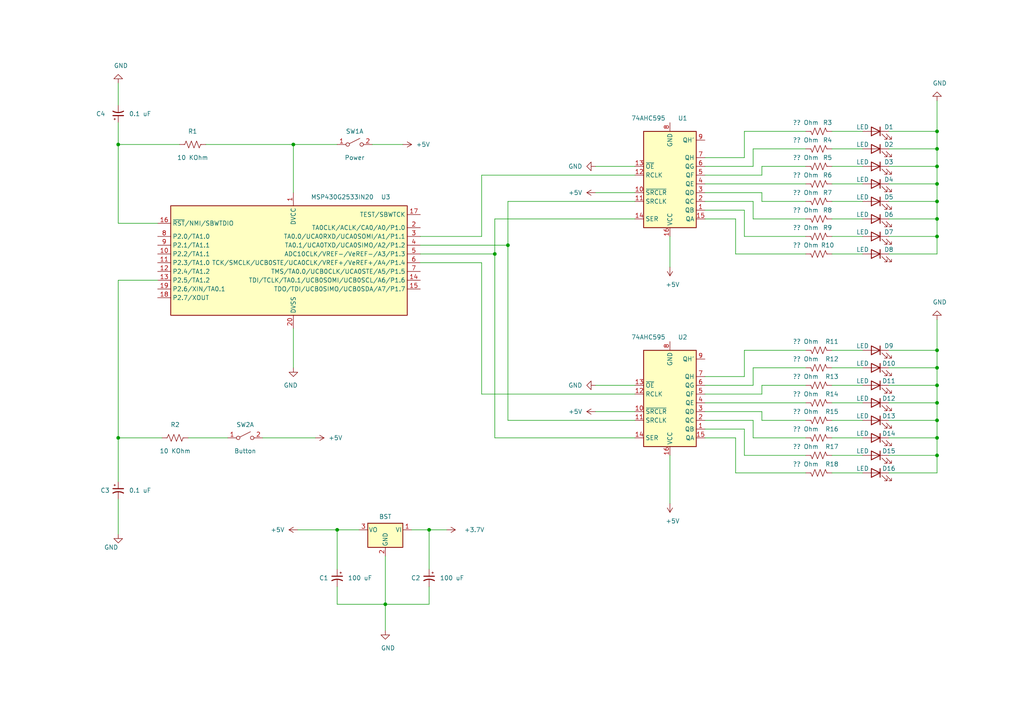
<source format=kicad_sch>
(kicad_sch (version 20230121) (generator eeschema)
  (paper "A4")
  (lib_symbols
    (symbol "+5V_1" (power) (pin_names (offset 0))
      (property "Value" "+3.7V" (at 0 3.81 90))
      (symbol "+5V_1_0_1"
        (polyline (pts (xy -0.762 1.27) (xy 0 2.54)))
        (polyline (pts (xy 0 0) (xy 0 2.54)))
        (polyline (pts (xy 0 2.54) (xy 0.762 1.27)))
      )
      (symbol "+5V_1_1_1"
        (pin power_in line (at 0 0 90) (length 0) hide (name "+3.7V") (number "1"))
      )
    )
    (symbol "74xx:74AHC595"
      (property "Reference" "U" (at -7.62 13.97 0))
      (property "Value" "74AHC595" (at -7.62 -16.51 0))
      (symbol "74AHC595_1_0"
        (pin tri_state line (at 10.16 7.62 180) (length 2.54) (name "QB") (number "1"))
        (pin input line (at -10.16 2.54 0) (length 2.54) (name "~{SRCLR}") (number "10"))
        (pin input line (at -10.16 5.08 0) (length 2.54) (name "SRCLK") (number "11"))
        (pin input line (at -10.16 -2.54 0) (length 2.54) (name "RCLK") (number "12"))
        (pin input line (at -10.16 -5.08 0) (length 2.54) (name "~{OE}") (number "13"))
        (pin input line (at -10.16 10.16 0) (length 2.54) (name "SER") (number "14"))
        (pin tri_state line (at 10.16 10.16 180) (length 2.54) (name "QA") (number "15"))
        (pin power_in line (at 0 15.24 270) (length 2.54) (name "VCC") (number "16"))
        (pin tri_state line (at 10.16 5.08 180) (length 2.54) (name "QC") (number "2"))
        (pin tri_state line (at 10.16 2.54 180) (length 2.54) (name "QD") (number "3"))
        (pin tri_state line (at 10.16 0 180) (length 2.54) (name "QE") (number "4"))
        (pin tri_state line (at 10.16 -2.54 180) (length 2.54) (name "QF") (number "5"))
        (pin tri_state line (at 10.16 -5.08 180) (length 2.54) (name "QG") (number "6"))
        (pin tri_state line (at 10.16 -7.62 180) (length 2.54) (name "QH") (number "7"))
        (pin power_in line (at 0 -17.78 90) (length 2.54) (name "GND") (number "8"))
        (pin output line (at 10.16 -12.7 180) (length 2.54) (name "QH'") (number "9"))
      )
      (symbol "74AHC595_1_1"
        (rectangle (start -7.62 12.7) (end 7.62 -15.24) (stroke (width 0.254)) (fill (type background)))
      )
    )
    (symbol "Device:C_Polarized_Small_US" (pin_numbers hide) (pin_names (offset 0.254) hide)
      (property "Reference" "C" (at 0.254 1.778 0))
      (property "Value" "C_Polarized_Small_US" (at 0.254 -2.032 0))
      (symbol "C_Polarized_Small_US_0_1"
        (polyline (pts (xy -1.524 0.508) (xy 1.524 0.508)) (stroke (width 0.3048)))
        (polyline (pts (xy -1.27 1.524) (xy -0.762 1.524)))
        (polyline (pts (xy -1.016 1.27) (xy -1.016 1.778)))
        (arc (start 1.524 -0.762) (mid 0 -0.3734) (end -1.524 -0.762) (stroke (width 0.3048)))
      )
      (symbol "C_Polarized_Small_US_1_1"
        (pin passive line (at 0 2.54 270) (length 2.032) (name "~") (number "1"))
        (pin passive line (at 0 -2.54 90) (length 2.032) (name "~") (number "2"))
      )
    )
    (symbol "Device:LED" (pin_numbers hide) (pin_names (offset 1.016) hide)
      (property "Reference" "D" (at 0 2.54 0))
      (property "Value" "LED" (at 0 -2.54 0))
      (symbol "LED_0_1"
        (polyline (pts (xy -1.27 -1.27) (xy -1.27 1.27)) (stroke (width 0.254)))
        (polyline (pts (xy -1.27 0) (xy 1.27 0)))
        (polyline (pts (xy 1.27 -1.27) (xy 1.27 1.27) (xy -1.27 0) (xy 1.27 -1.27)) (stroke (width 0.254)))
        (polyline (pts (xy -3.048 -0.762) (xy -4.572 -2.286) (xy -3.81 -2.286) (xy -4.572 -2.286) (xy -4.572 -1.524)))
        (polyline (pts (xy -1.778 -0.762) (xy -3.302 -2.286) (xy -2.54 -2.286) (xy -3.302 -2.286) (xy -3.302 -1.524)))
      )
      (symbol "LED_1_1"
        (pin passive line (at -3.81 0 0) (length 2.54) (name "K") (number "1"))
        (pin passive line (at 3.81 0 180) (length 2.54) (name "A") (number "2"))
      )
    )
    (symbol "Device:R_US" (pin_numbers hide) (pin_names (offset 0))
      (property "Reference" "R" (at 2.54 0 90))
      (property "Value" "R_US" (at -2.54 0 90))
      (symbol "R_US_0_1"
        (polyline (pts (xy 0 -2.286) (xy 0 -2.54)))
        (polyline (pts (xy 0 2.286) (xy 0 2.54)))
        (polyline (pts (xy 0 -0.762) (xy 1.016 -1.143) (xy 0 -1.524) (xy -1.016 -1.905) (xy 0 -2.286)))
        (polyline (pts (xy 0 0.762) (xy 1.016 0.381) (xy 0 0) (xy -1.016 -0.381) (xy 0 -0.762)))
        (polyline (pts (xy 0 2.286) (xy 1.016 1.905) (xy 0 1.524) (xy -1.016 1.143) (xy 0 0.762)))
      )
      (symbol "R_US_1_1"
        (pin passive line (at 0 3.81 270) (length 1.27) (name "~") (number "1"))
        (pin passive line (at 0 -3.81 90) (length 1.27) (name "~") (number "2"))
      )
    )
    (symbol "MCU_Texas_MSP430:MSP430G2533IN20"
      (property "Reference" "U" (at -30.48 17.78 0))
      (property "Value" "MSP430G2533IN20" (at 26.67 -16.51 0))
      (symbol "MSP430G2533IN20_0_1"
        (rectangle (start -34.29 16.51) (end 34.29 -15.24) (stroke (width 0.254)) (fill (type background)))
      )
      (symbol "MSP430G2533IN20_1_1"
        (pin power_in line (at 1.27 20.32 270) (length 3.81) (name "DVCC") (number "1"))
        (pin bidirectional line (at -38.1 2.54 0) (length 3.81) (name "P2.2/TA1.1") (number "10"))
        (pin bidirectional line (at -38.1 0 0) (length 3.81) (name "P2.3/TA1.0") (number "11"))
        (pin bidirectional line (at -38.1 -2.54 0) (length 3.81) (name "P2.4/TA1.2") (number "12"))
        (pin bidirectional line (at -38.1 -5.08 0) (length 3.81) (name "P2.5/TA1.2") (number "13"))
        (pin bidirectional line (at 38.1 -5.08 180) (length 3.81) (name "TDI/TCLK/TA0.1/UCB0SOMI/UCB0SCL/A6/P1.6") (number "14"))
        (pin bidirectional line (at 38.1 -7.62 180) (length 3.81) (name "TDO/TDI/UCB0SIMO/UCB0SDA/A7/P1.7") (number "15"))
        (pin input line (at -38.1 11.43 0) (length 3.81) (name "~{RST}/NMI/SBWTDIO") (number "16"))
        (pin input line (at 38.1 13.97 180) (length 3.81) (name "TEST/SBWTCK") (number "17"))
        (pin bidirectional line (at -38.1 -10.16 0) (length 3.81) (name "P2.7/XOUT") (number "18"))
        (pin bidirectional line (at -38.1 -7.62 0) (length 3.81) (name "P2.6/XIN/TA0.1") (number "19"))
        (pin bidirectional line (at 38.1 10.16 180) (length 3.81) (name "TA0CLK/ACLK/CA0/A0/P1.0") (number "2"))
        (pin power_in line (at 1.27 -19.05 90) (length 3.81) (name "DVSS") (number "20"))
        (pin bidirectional line (at 38.1 7.62 180) (length 3.81) (name "TA0.0/UCA0RXD/UCA0SOMI/A1/P1.1") (number "3"))
        (pin bidirectional line (at 38.1 5.08 180) (length 3.81) (name "TA0.1/UCA0TXD/UCA0SIMO/A2/P1.2") (number "4"))
        (pin bidirectional line (at 38.1 2.54 180) (length 3.81) (name "ADC10CLK/VREF-/VeREF-/A3/P1.3") (number "5"))
        (pin bidirectional line (at 38.1 0 180) (length 3.81) (name "TCK/SMCLK/UCB0STE/UCA0CLK/VREF+/VeREF+/A4/P1.4") (number "6"))
        (pin bidirectional line (at 38.1 -2.54 180) (length 3.81) (name "TMS/TA0.0/UCB0CLK/UCA0STE/A5/P1.5") (number "7"))
        (pin bidirectional line (at -38.1 7.62 0) (length 3.81) (name "P2.0/TA1.0") (number "8"))
        (pin bidirectional line (at -38.1 5.08 0) (length 3.81) (name "P2.1/TA1.1") (number "9"))
      )
    )
    (symbol "Regulator_Linear:SPX2920U-5.0_TO220" (pin_names (offset 0.254))
      (property "Reference" "U" (at -3.81 3.175 0))
      (property "Value" "SPX2920U-5.0_TO220" (at 0 3.175 0))
      (symbol "SPX2920U-5.0_TO220_0_1"
        (rectangle (start -5.08 1.905) (end 5.08 -5.08) (stroke (width 0.254)) (fill (type background)))
      )
      (symbol "SPX2920U-5.0_TO220_1_1"
        (pin power_in line (at -7.62 0 0) (length 2.54) (name "VI") (number "1"))
        (pin power_in line (at 0 -7.62 90) (length 2.54) (name "GND") (number "2"))
        (pin power_out line (at 7.62 0 180) (length 2.54) (name "VO") (number "3"))
      )
    )
    (symbol "Switch:SW_DPST_x2" (pin_names (offset 0) hide)
      (property "Reference" "SW" (at 0 3.175 0))
      (property "Value" "SW_DPST_x2" (at 0 -2.54 0))
      (symbol "SW_DPST_x2_0_0"
        (circle (center -2.032 0) (radius 0.508))
        (polyline (pts (xy -1.524 0.254) (xy 1.524 1.778)))
        (circle (center 2.032 0) (radius 0.508))
      )
      (symbol "SW_DPST_x2_1_1"
        (pin passive line (at -5.08 0 0) (length 2.54) (name "A") (number "1"))
        (pin passive line (at 5.08 0 180) (length 2.54) (name "B") (number "2"))
      )
      (symbol "SW_DPST_x2_2_1"
        (pin passive line (at -5.08 0 0) (length 2.54) (name "A") (number "3"))
        (pin passive line (at 5.08 0 180) (length 2.54) (name "B") (number "4"))
      )
    )
    (symbol "power:+5V" (power) (pin_names (offset 0))
      (property "Value" "+5V" (at 0 3.556 0))
      (symbol "+5V_0_1"
        (polyline (pts (xy -0.762 1.27) (xy 0 2.54)))
        (polyline (pts (xy 0 0) (xy 0 2.54)))
        (polyline (pts (xy 0 2.54) (xy 0.762 1.27)))
      )
      (symbol "+5V_1_1"
        (pin power_in line (at 0 0 90) (length 0) hide (name "+5V") (number "1"))
      )
    )
    (symbol "power:GND" (power) (pin_names (offset 0))
      (property "Value" "GND" (at 0 -3.81 0))
      (symbol "GND_0_1"
        (polyline (pts (xy 0 0) (xy 0 -1.27) (xy 1.27 -1.27) (xy 0 -2.54) (xy -1.27 -1.27) (xy 0 -1.27)))
      )
      (symbol "GND_1_1"
        (pin power_in line (at 0 0 270) (length 0) hide (name "GND") (number "1"))
      )
    )
  )
  (junction (at 271.78 63.5))
  (junction (at 85.09 41.91))
  (junction (at 271.78 101.6))
  (junction (at 271.78 68.58))
  (junction (at 271.78 127))
  (junction (at 271.78 116.84))
  (junction (at 271.78 38.1))
  (junction (at 111.76 175.26))
  (junction (at 271.78 121.92))
  (junction (at 271.78 43.18))
  (junction (at 271.78 132.08))
  (junction (at 271.78 53.34))
  (junction (at 271.78 58.42))
  (junction (at 147.32 71.12))
  (junction (at 271.78 106.68))
  (junction (at 97.79 153.67))
  (junction (at 34.29 127))
  (junction (at 34.29 41.91))
  (junction (at 143.51 73.66))
  (junction (at 271.78 48.26))
  (junction (at 124.46 153.67))
  (junction (at 271.78 111.76))
  (wire (pts (xy 250.19 137.16) (xy 241.3 137.16)))
  (wire (pts (xy 257.81 127) (xy 271.78 127)))
  (wire (pts (xy 233.68 53.34) (xy 204.47 53.34)))
  (wire (pts (xy 104.14 153.67) (xy 97.79 153.67)))
  (wire (pts (xy 34.29 144.78) (xy 34.29 154.94)))
  (wire (pts (xy 34.29 41.91) (xy 34.29 64.77)))
  (wire (pts (xy 271.78 38.1) (xy 271.78 43.18)))
  (wire (pts (xy 233.68 121.92) (xy 220.98 121.92)))
  (wire (pts (xy 218.44 48.26) (xy 204.47 48.26)))
  (wire (pts (xy 233.68 132.08) (xy 215.9 132.08)))
  (wire (pts (xy 257.81 116.84) (xy 271.78 116.84)))
  (wire (pts (xy 215.9 45.72) (xy 215.9 38.1)))
  (wire (pts (xy 233.68 116.84) (xy 204.47 116.84)))
  (wire (pts (xy 34.29 35.56) (xy 34.29 41.91)))
  (wire (pts (xy 257.81 58.42) (xy 271.78 58.42)))
  (wire (pts (xy 147.32 71.12) (xy 147.32 121.92)))
  (wire (pts (xy 194.31 68.58) (xy 194.31 77.47)))
  (wire (pts (xy 218.44 127) (xy 218.44 121.92)))
  (wire (pts (xy 220.98 55.88) (xy 204.47 55.88)))
  (wire (pts (xy 250.19 63.5) (xy 241.3 63.5)))
  (wire (pts (xy 213.36 73.66) (xy 213.36 63.5)))
  (wire (pts (xy 233.68 137.16) (xy 213.36 137.16)))
  (wire (pts (xy 215.9 124.46) (xy 204.47 124.46)))
  (wire (pts (xy 271.78 73.66) (xy 271.78 68.58)))
  (wire (pts (xy 271.78 121.92) (xy 271.78 116.84)))
  (wire (pts (xy 257.81 106.68) (xy 271.78 106.68)))
  (wire (pts (xy 215.9 101.6) (xy 215.9 109.22)))
  (wire (pts (xy 257.81 63.5) (xy 271.78 63.5)))
  (wire (pts (xy 147.32 58.42) (xy 147.32 71.12)))
  (wire (pts (xy 250.19 48.26) (xy 241.3 48.26)))
  (wire (pts (xy 215.9 109.22) (xy 204.47 109.22)))
  (wire (pts (xy 250.19 38.1) (xy 241.3 38.1)))
  (wire (pts (xy 257.81 121.92) (xy 271.78 121.92)))
  (wire (pts (xy 257.81 68.58) (xy 271.78 68.58)))
  (wire (pts (xy 97.79 41.91) (xy 85.09 41.91)))
  (wire (pts (xy 218.44 106.68) (xy 233.68 106.68)))
  (wire (pts (xy 220.98 58.42) (xy 220.98 55.88)))
  (wire (pts (xy 220.98 111.76) (xy 220.98 114.3)))
  (wire (pts (xy 233.68 127) (xy 218.44 127)))
  (wire (pts (xy 85.09 95.25) (xy 85.09 106.68)))
  (wire (pts (xy 218.44 121.92) (xy 204.47 121.92)))
  (wire (pts (xy 184.15 127) (xy 143.51 127)))
  (wire (pts (xy 250.19 106.68) (xy 241.3 106.68)))
  (wire (pts (xy 184.15 48.26) (xy 172.72 48.26)))
  (wire (pts (xy 250.19 101.6) (xy 241.3 101.6)))
  (wire (pts (xy 121.92 76.2) (xy 139.7 76.2)))
  (wire (pts (xy 250.19 58.42) (xy 241.3 58.42)))
  (wire (pts (xy 54.61 127) (xy 66.04 127)))
  (wire (pts (xy 213.36 137.16) (xy 213.36 127)))
  (wire (pts (xy 184.15 121.92) (xy 147.32 121.92)))
  (wire (pts (xy 233.68 48.26) (xy 220.98 48.26)))
  (wire (pts (xy 220.98 121.92) (xy 220.98 119.38)))
  (wire (pts (xy 257.81 53.34) (xy 271.78 53.34)))
  (wire (pts (xy 45.72 81.28) (xy 34.29 81.28)))
  (wire (pts (xy 124.46 153.67) (xy 119.38 153.67)))
  (wire (pts (xy 250.19 127) (xy 241.3 127)))
  (wire (pts (xy 271.78 38.1) (xy 257.81 38.1)))
  (wire (pts (xy 271.78 53.34) (xy 271.78 48.26)))
  (wire (pts (xy 250.19 116.84) (xy 241.3 116.84)))
  (wire (pts (xy 271.78 137.16) (xy 271.78 132.08)))
  (wire (pts (xy 194.31 132.08) (xy 194.31 146.05)))
  (wire (pts (xy 97.79 153.67) (xy 97.79 165.1)))
  (wire (pts (xy 45.72 64.77) (xy 34.29 64.77)))
  (wire (pts (xy 257.81 73.66) (xy 271.78 73.66)))
  (wire (pts (xy 218.44 43.18) (xy 218.44 48.26)))
  (wire (pts (xy 111.76 161.29) (xy 111.76 175.26)))
  (wire (pts (xy 271.78 127) (xy 271.78 121.92)))
  (wire (pts (xy 184.15 114.3) (xy 139.7 114.3)))
  (wire (pts (xy 215.9 68.58) (xy 215.9 60.96)))
  (wire (pts (xy 34.29 127) (xy 46.99 127)))
  (wire (pts (xy 184.15 55.88) (xy 172.72 55.88)))
  (wire (pts (xy 250.19 68.58) (xy 241.3 68.58)))
  (wire (pts (xy 34.29 24.13) (xy 34.29 30.48)))
  (wire (pts (xy 184.15 63.5) (xy 143.51 63.5)))
  (wire (pts (xy 250.19 73.66) (xy 241.3 73.66)))
  (wire (pts (xy 257.81 111.76) (xy 271.78 111.76)))
  (wire (pts (xy 250.19 53.34) (xy 241.3 53.34)))
  (wire (pts (xy 121.92 71.12) (xy 147.32 71.12)))
  (wire (pts (xy 233.68 43.18) (xy 218.44 43.18)))
  (wire (pts (xy 271.78 111.76) (xy 271.78 106.68)))
  (wire (pts (xy 204.47 45.72) (xy 215.9 45.72)))
  (wire (pts (xy 271.78 58.42) (xy 271.78 53.34)))
  (wire (pts (xy 213.36 63.5) (xy 204.47 63.5)))
  (wire (pts (xy 76.2 127) (xy 91.44 127)))
  (wire (pts (xy 85.09 41.91) (xy 85.09 55.88)))
  (wire (pts (xy 271.78 127) (xy 271.78 132.08)))
  (wire (pts (xy 271.78 106.68) (xy 271.78 101.6)))
  (wire (pts (xy 215.9 60.96) (xy 204.47 60.96)))
  (wire (pts (xy 220.98 48.26) (xy 220.98 50.8)))
  (wire (pts (xy 271.78 68.58) (xy 271.78 63.5)))
  (wire (pts (xy 250.19 111.76) (xy 241.3 111.76)))
  (wire (pts (xy 220.98 114.3) (xy 204.47 114.3)))
  (wire (pts (xy 111.76 175.26) (xy 111.76 182.88)))
  (wire (pts (xy 218.44 111.76) (xy 218.44 106.68)))
  (wire (pts (xy 257.81 137.16) (xy 271.78 137.16)))
  (wire (pts (xy 250.19 132.08) (xy 241.3 132.08)))
  (wire (pts (xy 271.78 48.26) (xy 271.78 43.18)))
  (wire (pts (xy 85.09 41.91) (xy 59.69 41.91)))
  (wire (pts (xy 124.46 175.26) (xy 111.76 175.26)))
  (wire (pts (xy 220.98 119.38) (xy 204.47 119.38)))
  (wire (pts (xy 215.9 132.08) (xy 215.9 124.46)))
  (wire (pts (xy 111.76 175.26) (xy 97.79 175.26)))
  (wire (pts (xy 34.29 41.91) (xy 52.07 41.91)))
  (wire (pts (xy 271.78 63.5) (xy 271.78 58.42)))
  (wire (pts (xy 257.81 48.26) (xy 271.78 48.26)))
  (wire (pts (xy 218.44 63.5) (xy 218.44 58.42)))
  (wire (pts (xy 271.78 101.6) (xy 271.78 92.71)))
  (wire (pts (xy 233.68 101.6) (xy 215.9 101.6)))
  (wire (pts (xy 121.92 68.58) (xy 139.7 68.58)))
  (wire (pts (xy 220.98 50.8) (xy 204.47 50.8)))
  (wire (pts (xy 124.46 153.67) (xy 124.46 165.1)))
  (wire (pts (xy 213.36 127) (xy 204.47 127)))
  (wire (pts (xy 184.15 50.8) (xy 139.7 50.8)))
  (wire (pts (xy 184.15 119.38) (xy 172.72 119.38)))
  (wire (pts (xy 139.7 50.8) (xy 139.7 68.58)))
  (wire (pts (xy 233.68 73.66) (xy 213.36 73.66)))
  (wire (pts (xy 250.19 43.18) (xy 241.3 43.18)))
  (wire (pts (xy 97.79 170.18) (xy 97.79 175.26)))
  (wire (pts (xy 34.29 81.28) (xy 34.29 127)))
  (wire (pts (xy 129.54 153.67) (xy 124.46 153.67)))
  (wire (pts (xy 257.81 132.08) (xy 271.78 132.08)))
  (wire (pts (xy 233.68 68.58) (xy 215.9 68.58)))
  (wire (pts (xy 172.72 111.76) (xy 184.15 111.76)))
  (wire (pts (xy 233.68 111.76) (xy 220.98 111.76)))
  (wire (pts (xy 271.78 29.21) (xy 271.78 38.1)))
  (wire (pts (xy 233.68 58.42) (xy 220.98 58.42)))
  (wire (pts (xy 233.68 63.5) (xy 218.44 63.5)))
  (wire (pts (xy 257.81 101.6) (xy 271.78 101.6)))
  (wire (pts (xy 250.19 121.92) (xy 241.3 121.92)))
  (wire (pts (xy 271.78 116.84) (xy 271.78 111.76)))
  (wire (pts (xy 124.46 170.18) (xy 124.46 175.26)))
  (wire (pts (xy 143.51 73.66) (xy 143.51 127)))
  (wire (pts (xy 139.7 76.2) (xy 139.7 114.3)))
  (wire (pts (xy 107.95 41.91) (xy 116.84 41.91)))
  (wire (pts (xy 184.15 58.42) (xy 147.32 58.42)))
  (wire (pts (xy 257.81 43.18) (xy 271.78 43.18)))
  (wire (pts (xy 121.92 73.66) (xy 143.51 73.66)))
  (wire (pts (xy 204.47 111.76) (xy 218.44 111.76)))
  (wire (pts (xy 233.68 38.1) (xy 215.9 38.1)))
  (wire (pts (xy 218.44 58.42) (xy 204.47 58.42)))
  (wire (pts (xy 143.51 63.5) (xy 143.51 73.66)))
  (wire (pts (xy 86.36 153.67) (xy 97.79 153.67)))
  (wire (pts (xy 34.29 127) (xy 34.29 139.7)))
  (symbol (lib_id "Device:C_Polarized_Small_US") (at 97.79 167.64 0) (mirror y) (unit 1)
    (property "Reference" "C1" (at 95.25 167.64 0) (effects (justify left)))
    (property "Value" "100 uF" (at 107.95 167.64 0) (effects (justify left)))
  )
  (symbol (lib_id "Device:R_US") (at 237.49 58.42 90) (mirror x) (unit 1)
    (property "Reference" "R7" (at 240.03 55.88 90))
    (property "Value" "?? Ohm" (at 233.68 55.88 90))
  )
  (symbol (lib_id "Device:LED") (at 254 58.42 0) (mirror y) (unit 1)
    (property "Reference" "D5" (at 257.81 57.15 0))
    (property "Value" "LED" (at 250.19 57.15 0))
  )
  (symbol (lib_id "Device:C_Polarized_Small_US") (at 34.29 142.24 0) (unit 1)
    (property "Reference" "C3" (at 30.48 142.24 0))
    (property "Value" "0.1 uF" (at 40.64 142.24 0))
  )
  (symbol (lib_id "74xx:74AHC595") (at 194.31 116.84 0) (mirror x) (unit 1)
    (property "Reference" "U2" (at 199.39 97.79 0) (effects (justify right)))
    (property "Value" "74AHC595" (at 193.04 97.79 0) (effects (justify right)))
    (property "Footprint" "Package_DIP:DIP-16_W7.62mm" (effects hide))
    (property "Datasheet" "https://assets.nexperia.com/documents/data-sheet/74AHC_AHCT595.pdf" (effects hide))
  )
  (symbol (lib_id "Switch:SW_DPST_x2") (at 102.87 41.91 0) (unit 1)
    (property "Reference" "SW1" (at 102.87 38.1 0))
    (property "Value" "Power" (at 102.87 45.72 0))
  )
  (symbol (lib_id "power:GND") (at 34.29 154.94 0) (unit 1)
    (property "Reference" "#PWR07" (effects hide))
    (property "Value" "GND" (at 34.29 158.75 0) (effects (justify right)))
  )
  (symbol (lib_id "Device:R_US") (at 237.49 111.76 90) (mirror x) (unit 1)
    (property "Reference" "R13" (at 241.3 109.22 90))
    (property "Value" "?? Ohm" (at 233.68 109.22 90))
  )
  (symbol (lib_id "Device:LED") (at 254 38.1 0) (mirror y) (unit 1)
    (property "Reference" "D1" (at 257.81 36.83 0))
    (property "Value" "LED" (at 250.19 36.83 0))
  )
  (symbol (lib_id "Device:R_US") (at 237.49 101.6 90) (mirror x) (unit 1)
    (property "Reference" "R11" (at 241.3 99.06 90))
    (property "Value" "?? Ohm" (at 233.68 99.06 90))
  )
  (symbol (lib_id "Device:LED") (at 254 111.76 0) (mirror y) (unit 1)
    (property "Reference" "D11" (at 257.81 110.49 0))
    (property "Value" "LED" (at 250.19 110.49 0))
  )
  (symbol (lib_id "power:+5V") (at 86.36 153.67 90) (mirror x) (unit 1)
    (property "Reference" "#PWR01" (effects hide))
    (property "Value" "+5V" (at 82.55 153.67 90) (effects (justify left)))
  )
  (symbol (lib_id "Device:R_US") (at 237.49 63.5 90) (mirror x) (unit 1)
    (property "Reference" "R8" (at 240.03 60.96 90))
    (property "Value" "?? Ohm" (at 233.68 60.96 90))
  )
  (symbol (lib_id "Device:R_US") (at 237.49 121.92 90) (mirror x) (unit 1)
    (property "Reference" "R15" (at 241.3 119.38 90))
    (property "Value" "?? Ohm" (at 233.68 119.38 90))
  )
  (symbol (lib_id "Device:R_US") (at 237.49 68.58 90) (mirror x) (unit 1)
    (property "Reference" "R9" (at 240.03 66.04 90))
    (property "Value" "?? Ohm" (at 233.68 66.04 90))
  )
  (symbol (lib_id "Device:R_US") (at 237.49 137.16 90) (mirror x) (unit 1)
    (property "Reference" "R18" (at 241.3 134.62 90))
    (property "Value" "?? Ohm" (at 233.68 134.62 90))
  )
  (symbol (lib_id "Device:R_US") (at 237.49 106.68 90) (mirror x) (unit 1)
    (property "Reference" "R12" (at 241.3 104.14 90))
    (property "Value" "?? Ohm" (at 233.68 104.14 90))
  )
  (symbol (lib_id "Device:LED") (at 254 137.16 0) (mirror y) (unit 1)
    (property "Reference" "D16" (at 257.81 135.89 0))
    (property "Value" "LED" (at 250.19 135.89 0))
  )
  (symbol (lib_id "Device:LED") (at 254 68.58 0) (mirror y) (unit 1)
    (property "Reference" "D7" (at 257.81 67.31 0))
    (property "Value" "LED" (at 250.19 67.31 0))
  )
  (symbol (lib_id "power:+5V") (at 172.72 119.38 90) (mirror x) (unit 1)
    (property "Reference" "#PWR016" (effects hide))
    (property "Value" "+5V" (at 168.91 119.38 90) (effects (justify left)))
  )
  (symbol (lib_id "Device:LED") (at 254 48.26 0) (mirror y) (unit 1)
    (property "Reference" "D3" (at 257.81 46.99 0))
    (property "Value" "LED" (at 250.19 46.99 0))
  )
  (symbol (lib_id "power:GND") (at 172.72 111.76 270) (unit 1)
    (property "Reference" "#PWR011" (effects hide))
    (property "Value" "GND" (at 168.91 111.76 90) (effects (justify right)))
  )
  (symbol (lib_id "power:GND") (at 271.78 29.21 180) (unit 1)
    (property "Reference" "#PWR013" (effects hide))
    (property "Value" "GND" (at 270.51 24.13 0) (effects (justify right)))
  )
  (symbol (lib_id "power:GND") (at 111.76 182.88 0) (mirror y) (unit 1)
    (property "Reference" "#PWR02" (effects hide))
    (property "Value" "GND" (at 110.49 187.96 0) (effects (justify right)))
  )
  (symbol (lib_id "Device:R_US") (at 237.49 53.34 90) (mirror x) (unit 1)
    (property "Reference" "R6" (at 240.03 50.8 90))
    (property "Value" "?? Ohm" (at 233.68 50.8 90))
  )
  (symbol (lib_id "Device:R_US") (at 237.49 132.08 90) (mirror x) (unit 1)
    (property "Reference" "R17" (at 241.3 129.54 90))
    (property "Value" "?? Ohm" (at 233.68 129.54 90))
  )
  (symbol (lib_id "power:GND") (at 172.72 48.26 270) (unit 1)
    (property "Reference" "#PWR012" (effects hide))
    (property "Value" "GND" (at 168.91 48.26 90) (effects (justify right)))
  )
  (symbol (lib_id "Device:R_US") (at 237.49 43.18 90) (mirror x) (unit 1)
    (property "Reference" "R4" (at 240.03 40.64 90))
    (property "Value" "?? Ohm" (at 233.68 40.64 90))
  )
  (symbol (lib_id "Device:LED") (at 254 101.6 0) (mirror y) (unit 1)
    (property "Reference" "D9" (at 257.81 100.33 0))
    (property "Value" "LED" (at 250.19 100.33 0))
  )
  (symbol (lib_id "74xx:74AHC595") (at 194.31 53.34 0) (mirror x) (unit 1)
    (property "Reference" "U1" (at 199.39 34.29 0) (effects (justify right)))
    (property "Value" "74AHC595" (at 193.04 34.29 0) (effects (justify right)))
    (property "Footprint" "Package_DIP:DIP-16_W7.62mm" (effects hide))
    (property "Datasheet" "https://assets.nexperia.com/documents/data-sheet/74AHC_AHCT595.pdf" (effects hide))
  )
  (symbol (lib_id "Device:R_US") (at 237.49 127 90) (mirror x) (unit 1)
    (property "Reference" "R16" (at 241.3 124.46 90))
    (property "Value" "?? Ohm" (at 233.68 124.46 90))
  )
  (symbol (lib_id "Device:R_US") (at 237.49 116.84 90) (mirror x) (unit 1)
    (property "Reference" "R14" (at 241.3 114.3 90))
    (property "Value" "?? Ohm" (at 233.68 114.3 90))
  )
  (symbol (lib_id "Device:LED") (at 254 121.92 0) (mirror y) (unit 1)
    (property "Reference" "D13" (at 257.81 120.65 0))
    (property "Value" "LED" (at 250.19 120.65 0))
  )
  (symbol (lib_id "Device:LED") (at 254 43.18 0) (mirror y) (unit 1)
    (property "Reference" "D2" (at 257.81 41.91 0))
    (property "Value" "LED" (at 250.19 41.91 0))
  )
  (symbol (lib_id "power:+5V") (at 194.31 146.05 0) (mirror x) (unit 1)
    (property "Reference" "#PWR09" (effects hide))
    (property "Value" "+5V" (at 193.04 151.13 0) (effects (justify left)))
  )
  (symbol (lib_id "power:+5V") (at 194.31 77.47 0) (mirror x) (unit 1)
    (property "Reference" "#PWR010" (effects hide))
    (property "Value" "+5V" (at 193.04 82.55 0) (effects (justify left)))
  )
  (symbol (lib_id "Device:LED") (at 254 127 0) (mirror y) (unit 1)
    (property "Reference" "D14" (at 257.81 125.73 0))
    (property "Value" "LED" (at 250.19 125.73 0))
  )
  (symbol (lib_id "Device:R_US") (at 237.49 48.26 90) (mirror x) (unit 1)
    (property "Reference" "R5" (at 240.03 45.72 90))
    (property "Value" "?? Ohm" (at 233.68 45.72 90))
  )
  (symbol (lib_id "power:GND") (at 85.09 106.68 0) (unit 1)
    (property "Reference" "#PWR06" (effects hide))
    (property "Value" "GND" (at 86.36 111.76 0) (effects (justify right)))
  )
  (symbol (lib_id "Device:R_US") (at 55.88 41.91 270) (unit 1)
    (property "Reference" "R1" (at 55.88 38.1 90))
    (property "Value" "10 KOhm" (at 55.88 45.72 90))
  )
  (symbol (lib_id "Device:R_US") (at 50.8 127 270) (unit 1)
    (property "Reference" "R2" (at 50.8 123.19 90))
    (property "Value" "10 KOhm" (at 50.8 130.81 90))
  )
  (symbol (lib_id "Device:R_US") (at 237.49 73.66 90) (mirror x) (unit 1)
    (property "Reference" "R10" (at 240.03 71.12 90))
    (property "Value" "?? Ohm" (at 233.68 71.12 90))
  )
  (symbol (lib_id "Device:C_Polarized_Small_US") (at 124.46 167.64 0) (mirror y) (unit 1)
    (property "Reference" "C2" (at 121.92 167.64 0) (effects (justify left)))
    (property "Value" "100 uF" (at 134.62 167.64 0) (effects (justify left)))
  )
  (symbol (lib_id "Switch:SW_DPST_x2") (at 71.12 127 0) (unit 1)
    (property "Reference" "SW2" (at 71.12 123.19 0))
    (property "Value" "Button" (at 71.12 130.81 0))
  )
  (symbol (lib_id "Device:C_Polarized_Small_US") (at 34.29 33.02 0) (mirror x) (unit 1)
    (property "Reference" "C4" (at 29.21 33.02 0))
    (property "Value" "0.1 uF" (at 40.64 33.02 0))
  )
  (symbol (lib_id "Device:LED") (at 254 73.66 0) (mirror y) (unit 1)
    (property "Reference" "D8" (at 257.81 72.39 0))
    (property "Value" "LED" (at 250.19 72.39 0))
  )
  (symbol (lib_name "+5V_1") (lib_id "power:+5V") (at 129.54 153.67 270) (unit 1)
    (property "Reference" "#PWR03" (effects hide))
    (property "Value" "+3.7V" (at 134.62 153.67 90) (effects (justify left)))
  )
  (symbol (lib_id "Device:LED") (at 254 53.34 0) (mirror y) (unit 1)
    (property "Reference" "D4" (at 257.81 52.07 0))
    (property "Value" "LED" (at 250.19 52.07 0))
  )
  (symbol (lib_id "power:+5V") (at 116.84 41.91 270) (unit 1)
    (property "Reference" "#PWR05" (effects hide))
    (property "Value" "+5V" (at 120.65 41.91 90) (effects (justify left)))
  )
  (symbol (lib_id "Device:LED") (at 254 106.68 0) (mirror y) (unit 1)
    (property "Reference" "D10" (at 257.81 105.41 0))
    (property "Value" "LED" (at 250.19 105.41 0))
  )
  (symbol (lib_id "Regulator_Linear:SPX2920U-5.0_TO220") (at 111.76 153.67 0) (mirror y) (unit 1)
    (property "Reference" "U4" (effects hide))
    (property "Value" "BST" (at 111.76 149.86 0))
    (property "Footprint" "Package_TO_SOT_THT:TO-220-3_Vertical" (effects hide))
    (property "Datasheet" "http://www.zlgmcu.com/Sipex/LDO/PDF/spx2920.pdf" (effects hide))
  )
  (symbol (lib_id "Device:LED") (at 254 132.08 0) (mirror y) (unit 1)
    (property "Reference" "D15" (at 257.81 130.81 0))
    (property "Value" "LED" (at 250.19 130.81 0))
  )
  (symbol (lib_id "Device:R_US") (at 237.49 38.1 90) (mirror x) (unit 1)
    (property "Reference" "R3" (at 240.03 35.56 90))
    (property "Value" "?? Ohm" (at 233.68 35.56 90))
  )
  (symbol (lib_id "power:+5V") (at 91.44 127 270) (unit 1)
    (property "Reference" "#PWR08" (effects hide))
    (property "Value" "+5V" (at 95.25 127 90) (effects (justify left)))
  )
  (symbol (lib_id "power:GND") (at 271.78 92.71 180) (unit 1)
    (property "Reference" "#PWR014" (effects hide))
    (property "Value" "GND" (at 270.51 87.63 0) (effects (justify right)))
  )
  (symbol (lib_id "MCU_Texas_MSP430:MSP430G2533IN20") (at 83.82 76.2 0) (unit 1)
    (property "Reference" "U3" (at 110.49 57.15 0) (effects (justify left)))
    (property "Value" "MSP430G2533IN20" (at 90.17 57.15 0) (effects (justify left)))
    (property "Footprint" "Package_DIP:DIP-20_W7.62mm" (effects hide))
    (property "Datasheet" "http://www.ti.com/lit/ds/symlink/msp430g2533.pdf" (effects hide))
  )
  (symbol (lib_id "power:+5V") (at 172.72 55.88 90) (mirror x) (unit 1)
    (property "Reference" "#PWR015" (effects hide))
    (property "Value" "+5V" (at 168.91 55.88 90) (effects (justify left)))
  )
  (symbol (lib_id "power:GND") (at 34.29 24.13 180) (unit 1)
    (property "Reference" "#PWR04" (effects hide))
    (property "Value" "GND" (at 33.02 19.05 0) (effects (justify right)))
  )
  (symbol (lib_id "Device:LED") (at 254 116.84 0) (mirror y) (unit 1)
    (property "Reference" "D12" (at 257.81 115.57 0))
    (property "Value" "LED" (at 250.19 115.57 0))
  )
  (symbol (lib_id "Device:LED") (at 254 63.5 0) (mirror y) (unit 1)
    (property "Reference" "D6" (at 257.81 62.23 0))
    (property "Value" "LED" (at 250.19 62.23 0))
  )
)
</source>
